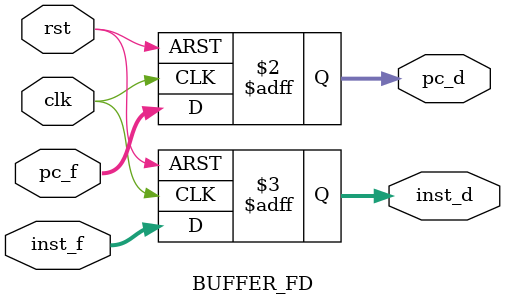
<source format=sv>
module BUFFER_FD (
    input clk, rst,
    input logic [31:0] pc_f, inst_f,
    output logic [31:0] pc_d, inst_d
);

always_ff @(posedge clk, posedge rst)
begin
    if (rst)
    begin
        pc_d <= 32'b0;
        inst_d <= 32'b0;
    end
    else
    begin
        pc_d <= pc_f;
        inst_d <= inst_f;
    end

end

endmodule
</source>
